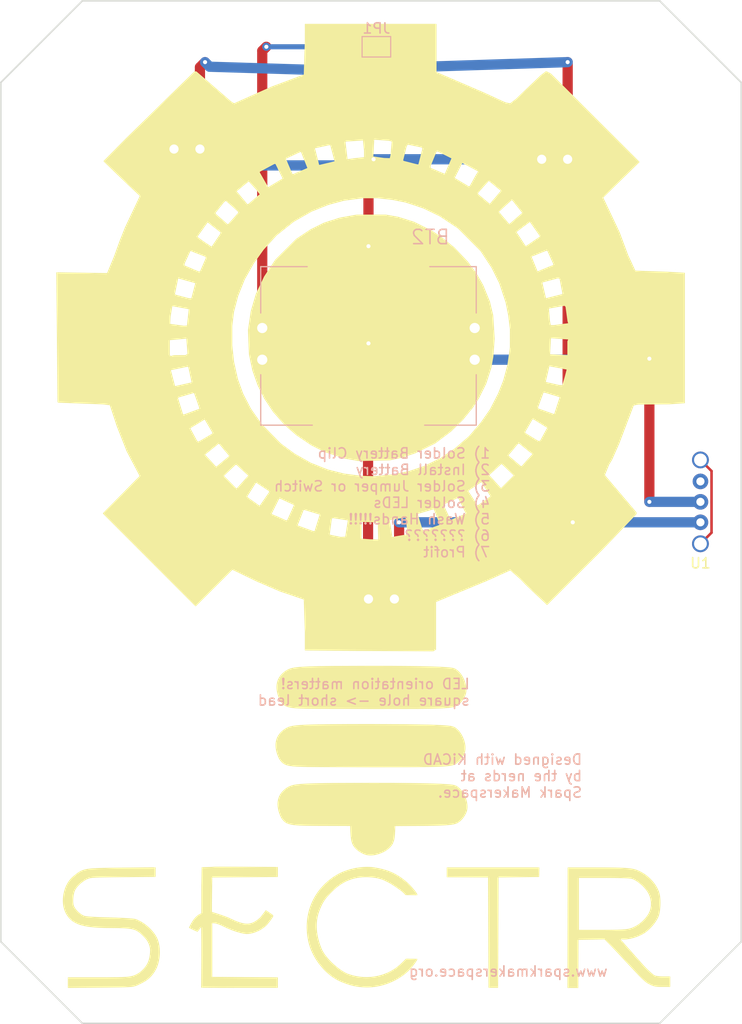
<source format=kicad_pcb>
(kicad_pcb (version 20221018) (generator pcbnew)
  (layers (0 "F.Cu" signal) (31 "B.Cu" signal) (34 "B.Paste" user) (35 "F.Paste" user) (36 "B.SilkS" user "B.Silkscreen") (37 "F.SilkS" user "F.Silkscreen") (38 "B.Mask" user) (39 "F.Mask" user) (44 "Edge.Cuts" user))
  (net 0 "")
  (net 1 "Net-(D1-K)")
  (net 2 "Net-(D1-A)")
  (net 3 "Net-(JP1-B)")
  (net 4 "unconnected-(U1-Pad1)")
  (footprint "MountingHole:MountingHole_5.3mm_M5" (layer "F.Cu") (at 119 43)
    (fp_text reference "REF**" hide)
    (fp_text value "MountingHole_5.3mm_M5")
  )
  (footprint "ss12d07vg:ss12d07vg" (layer "F.Cu") (at 177 90.1 90)
    (fp_text reference "U1")
    (fp_text value "SS12D07vg")
  )
  (footprint "LED_THT:LED_D5.0mm" (layer "F.Cu") (at 161.46 52.5)
    (fp_text reference "D2")
    (fp_text value "LED")
  )
  (footprint "LED_THT:LED_D5.0mm" (layer "F.Cu") (at 144.5 95.5)
    (fp_text reference "D3")
    (fp_text value "LED")
  )
  (footprint "LED_THT:LED_D5.0mm" (layer "F.Cu") (at 125.46 51.5)
    (fp_text reference "D1")
    (fp_text value "LED")
  )
  (footprint "BAT-HLD-001-THM-TR:BAT_BAT-HLD-001-THM-TR" (layer "B.Cu") (at 144.5 70.5 180)
    (fp_text reference "BT2")
    (fp_text value "BAT-HLD-001-THM-TR")
  )
  (footprint "Jumper:SolderJumper-2_P1.3mm_Open_TrianglePad1.0x1.5mm" (layer "B.Cu") (at 145.275 41.5 180)
    (fp_text reference "JP1")
    (fp_text value "Jumper_2_Bridged")
  )
  (gr_poly (pts (xy 144.416206 121.734703) (xy 144.498818 121.736013) (xy 144.580525 121.738679) (xy 144.661252 121.742712) (xy 144.740928 121.748129) (xy 144.81948 121.754942) (xy 144.896834 121.763166) (xy 144.972919 121.772816) (xy 145.04766 121.783905) (xy 145.288119 121.824743) (xy 145.516826 121.868868) (xy 145.734853 121.91674) (xy 145.943269 121.968819) (xy 146.143146 122.025566) (xy 146.335552 122.087441) (xy 146.521559 122.154903) (xy 146.702236 122.228412) (xy 146.878654 122.30843) (xy 147.051882 122.395415) (xy 147.222992 122.489828) (xy 147.393053 122.592129) (xy 147.563135 122.702779) (xy 147.734309 122.822236) (xy 147.907645 122.950962) (xy 148.084213 123.089416) (xy 148.174776 123.164951) (xy 148.269081 123.248706) (xy 148.365805 123.339152) (xy 148.463626 123.43476) (xy 148.561221 123.534001) (xy 148.657268 123.635345) (xy 148.750444 123.737265) (xy 148.839428 123.838229) (xy 148.922895 123.93671) (xy 148.999524 124.031177) (xy 149.067993 124.120103) (xy 149.126978 124.201957) (xy 149.175158 124.275211) (xy 149.21121 124.338335) (xy 149.224274 124.36562) (xy 149.23381 124.3898) (xy 149.239653 124.410683) (xy 149.241638 124.428078) (xy 148.14759 124.413475) (xy 148.082236 124.343081) (xy 148.019459 124.277529) (xy 147.958812 124.21656) (xy 147.899847 124.159914) (xy 147.842113 124.107331) (xy 147.813569 124.082482) (xy 147.785164 124.058552) (xy 147.756843 124.035508) (xy 147.728549 124.013317) (xy 147.700227 123.991948) (xy 147.671821 123.971367) (xy 147.348668 123.744034) (xy 147.033012 123.530166) (xy 146.876616 123.429297) (xy 146.72044 123.333013) (xy 146.563933 123.241721) (xy 146.406542 123.155827) (xy 146.247718 123.075738) (xy 146.086908 123.001859) (xy 145.923561 122.934597) (xy 145.757126 122.874359) (xy 145.587052 122.821551) (xy 145.412786 122.776579) (xy 145.233778 122.739849) (xy 145.049476 122.711769) (xy 144.740355 122.679678) (xy 144.439712 122.662613) (xy 144.147219 122.660681) (xy 143.862546 122.673991) (xy 143.585363 122.702651) (xy 143.315342 122.746769) (xy 143.052152 122.806453) (xy 142.795464 122.88181) (xy 142.544949 122.972949) (xy 142.300278 123.079978) (xy 142.06112 123.203006) (xy 141.827147 123.342138) (xy 141.598028 123.497485) (xy 141.373435 123.669154) (xy 141.153038 123.857253) (xy 140.936508 124.061889) (xy 140.807778 124.19105) (xy 140.689479 124.313135) (xy 140.580761 124.42943) (xy 140.480769 124.541222) (xy 140.388651 124.649796) (xy 140.303554 124.756438) (xy 140.224625 124.862432) (xy 140.151012 124.969066) (xy 140.081862 125.077625) (xy 140.016322 125.189394) (xy 139.953539 125.30566) (xy 139.892661 125.427707) (xy 139.832834 125.556821) (xy 139.773207 125.694289) (xy 139.712926 125.841396) (xy 139.651138 125.999428) (xy 139.576032 126.216819) (xy 139.51398 126.438735) (xy 139.464816 126.664819) (xy 139.428372 126.894716) (xy 139.404481 127.128069) (xy 139.392976 127.364522) (xy 139.393688 127.603719) (xy 139.406452 127.845304) (xy 139.431099 128.088921) (xy 139.467463 128.334214) (xy 139.515375 128.580827) (xy 139.574669 128.828403) (xy 139.645178 129.076586) (xy 139.726734 129.325021) (xy 139.819169 129.573351) (xy 139.922317 129.82122) (xy 140.011935 129.99174) (xy 140.120881 130.167947) (xy 140.247178 130.348043) (xy 140.388846 130.53023) (xy 140.543907 130.71271) (xy 140.710382 130.893684) (xy 140.886293 131.071355) (xy 141.06966 131.243924) (xy 141.258505 131.409593) (xy 141.450848 131.566564) (xy 141.644713 131.713038) (xy 141.838118 131.847218) (xy 142.029087 131.967305) (xy 142.215639 132.071502) (xy 142.395797 132.158009) (xy 142.567581 132.225029) (xy 142.923524 132.332567) (xy 143.281967 132.414834) (xy 143.641583 132.472121) (xy 144.001045 132.504717) (xy 144.359027 132.512914) (xy 144.7142 132.497002) (xy 145.065238 132.457271) (xy 145.410813 132.394011) (xy 145.749599 132.307514) (xy 146.080268 132.198069) (xy 146.401494 132.065966) (xy 146.711949 131.911497) (xy 147.010306 131.734951) (xy 147.295238 131.536619) (xy 147.565418 131.316792) (xy 147.819519 131.07576) (xy 147.893973 130.999787) (xy 147.927108 130.967746) (xy 147.999617 130.898623) (xy 148.192192 130.71141) (xy 149.24073 130.726509) (xy 149.234381 130.751728) (xy 149.216551 130.790123) (xy 149.188327 130.840169) (xy 149.1508 130.900337) (xy 149.052192 131.044936) (xy 148.929439 131.211706) (xy 148.791256 131.388433) (xy 148.646355 131.562903) (xy 148.574108 131.645475) (xy 148.503449 131.722902) (xy 148.435468 131.793658) (xy 148.371254 131.856216) (xy 148.178053 132.028336) (xy 147.975876 132.191977) (xy 147.765391 132.346859) (xy 147.547268 132.492704) (xy 147.322178 132.629233) (xy 147.09079 132.756166) (xy 146.853774 132.873225) (xy 146.6118 132.980129) (xy 146.365537 133.0766) (xy 146.115656 133.16236) (xy 145.862826 133.237127) (xy 145.607717 133.300624) (xy 145.350999 133.352572) (xy 145.093341 133.392691) (xy 144.835415 133.420701) (xy 144.577888 133.436325) (xy 144.381998 133.440341) (xy 144.189223 133.438725) (xy 143.999113 133.431397) (xy 143.81122 133.418279) (xy 143.625095 133.399292) (xy 143.440289 133.374356) (xy 143.256354 133.343392) (xy 143.07284 133.306323) (xy 142.8893 133.263068) (xy 142.705284 133.213549) (xy 142.520344 133.157687) (xy 142.33403 133.095402) (xy 142.145895 133.026617) (xy 141.955489 132.951251) (xy 141.762364 132.869227) (xy 141.56607 132.780464) (xy 141.303914 132.63582) (xy 141.047755 132.472179) (xy 140.798556 132.290814) (xy 140.557276 132.092994) (xy 140.324879 131.879991) (xy 140.102324 131.653075) (xy 139.890574 131.413518) (xy 139.690589 131.16259) (xy 139.50333 130.901562) (xy 139.32976 130.631706) (xy 139.17084 130.354291) (xy 139.02753 130.07059) (xy 138.900792 129.781872) (xy 138.791587 129.489409) (xy 138.700877 129.194471) (xy 138.629623 128.89833) (xy 138.582928 128.649079) (xy 138.545972 128.400994) (xy 138.51867 128.154262) (xy 138.500939 127.909071) (xy 138.492695 127.665606) (xy 138.493853 127.424055) (xy 138.504329 127.184604) (xy 138.524039 126.947439) (xy 138.552899 126.712748) (xy 138.590824 126.480718) (xy 138.637731 126.251534) (xy 138.693535 126.025383) (xy 138.758152 125.802453) (xy 138.831498 125.58293) (xy 138.913488 125.367) (xy 139.004039 125.15485) (xy 139.103067 124.946667) (xy 139.210486 124.742637) (xy 139.326214 124.542948) (xy 139.450165 124.347785) (xy 139.582256 124.157336) (xy 139.722402 123.971787) (xy 139.870519 123.791325) (xy 140.026524 123.616136) (xy 140.190331 123.446408) (xy 140.361858 123.282326) (xy 140.541018 123.124078) (xy 140.727729 122.97185) (xy 140.921906 122.825828) (xy 141.123465 122.686201) (xy 141.332322 122.553153) (xy 141.548393 122.426872) (xy 141.698967 122.346931) (xy 141.85685 122.271245) (xy 142.021295 122.19995) (xy 142.191554 122.133181) (xy 142.366881 122.071076) (xy 142.546527 122.013771) (xy 142.729747 121.961401) (xy 142.915792 121.914104) (xy 143.103916 121.872016) (xy 143.29337 121.835272) (xy 143.483409 121.804009) (xy 143.673284 121.778363) (xy 143.862248 121.758471) (xy 144.049555 121.744469) (xy 144.234457 121.736493) (xy 144.416206 121.73468)) (stroke (width 0.08598)) (fill solid) (layer "F.SilkS"))
  (gr_poly (pts (xy 123.619465 122.204963) (xy 123.619465 122.634727) (xy 120.45969 122.661926) (xy 119.453015 122.671254) (xy 119.039591 122.675994) (xy 118.680048 122.681148) (xy 118.369838 122.686988) (xy 118.104413 122.693786) (xy 117.879227 122.701815) (xy 117.689731 122.711347) (xy 117.531379 122.722654) (xy 117.46246 122.729059) (xy 117.399623 122.736009) (xy 117.342297 122.743539) (xy 117.289916 122.751683) (xy 117.24191 122.760474) (xy 117.197711 122.769948) (xy 117.156751 122.780138) (xy 117.118461 122.791078) (xy 117.082272 122.802802) (xy 117.047617 122.815344) (xy 116.980634 122.843019) (xy 116.912964 122.874374) (xy 116.825214 122.918879) (xy 116.737275 122.968333) (xy 116.649619 123.022304) (xy 116.562721 123.080357) (xy 116.477053 123.142059) (xy 116.393088 123.206978) (xy 116.311302 123.274678) (xy 116.232166 123.344726) (xy 116.156155 123.41669) (xy 116.083741 123.490136) (xy 116.015399 123.564629) (xy 115.951602 123.639737) (xy 115.892823 123.715026) (xy 115.839536 123.790063) (xy 115.792214 123.864414) (xy 115.751331 123.937645) (xy 115.717 124.011762) (xy 115.68557 124.095014) (xy 115.657155 124.186111) (xy 115.631868 124.283764) (xy 115.609823 124.386685) (xy 115.591134 124.493584) (xy 115.575914 124.603172) (xy 115.564276 124.714161) (xy 115.556336 124.825261) (xy 115.552205 124.935184) (xy 115.551998 125.042641) (xy 115.555829 125.146343) (xy 115.563811 125.245) (xy 115.576058 125.337324) (xy 115.592683 125.422027) (xy 115.6138 125.497818) (xy 115.640936 125.567874) (xy 115.676606 125.640481) (xy 115.720068 125.714909) (xy 115.770574 125.790429) (xy 115.827381 125.866313) (xy 115.889744 125.941831) (xy 115.956917 126.016256) (xy 116.028157 126.088858) (xy 116.102717 126.158909) (xy 116.179854 126.22568) (xy 116.258822 126.288442) (xy 116.338876 126.346466) (xy 116.419272 126.399023) (xy 116.499264 126.445385) (xy 116.578108 126.484824) (xy 116.655059 126.516609) (xy 116.761218 126.543143) (xy 116.92983 126.567999) (xy 117.160564 126.591155) (xy 117.453088 126.61259) (xy 118.222186 126.65021) (xy 119.234474 126.680687) (xy 119.755982 126.695548) (xy 120.219223 126.71345) (xy 120.622588 126.733482) (xy 120.964466 126.754735) (xy 121.243247 126.776298) (xy 121.45732 126.797263) (xy 121.605077 126.816719) (xy 121.653583 126.825596) (xy 121.684906 126.833755) (xy 121.806933 126.879319) (xy 121.934926 126.934586) (xy 122.067803 126.999369) (xy 122.204486 127.073484) (xy 122.343894 127.156743) (xy 122.484947 127.248961) (xy 122.626565 127.349953) (xy 122.767669 127.459533) (xy 122.907179 127.577514) (xy 123.044014 127.70371) (xy 123.177094 127.837937) (xy 123.305341 127.980008) (xy 123.427673 128.129737) (xy 123.543011 128.286939) (xy 123.650276 128.451427) (xy 123.748386 128.623016) (xy 123.817481 128.776844) (xy 123.876956 128.940367) (xy 123.926843 129.112419) (xy 123.967177 129.291829) (xy 123.997992 129.477429) (xy 124.019321 129.668051) (xy 124.0312 129.862527) (xy 124.033661 130.059687) (xy 124.026738 130.258364) (xy 124.010467 130.457389) (xy 123.98488 130.655592) (xy 123.950012 130.851806) (xy 123.905897 131.044863) (xy 123.852568 131.233593) (xy 123.79006 131.416827) (xy 123.718406 131.593399) (xy 123.638241 131.742232) (xy 123.557297 131.881369) (xy 123.474706 132.011578) (xy 123.389603 132.133626) (xy 123.30112 132.248279) (xy 123.208391 132.356304) (xy 123.11055 132.458468) (xy 123.006728 132.555538) (xy 122.896061 132.648281) (xy 122.77768 132.737463) (xy 122.65072 132.823852) (xy 122.514313 132.908213) (xy 122.367593 132.991315) (xy 122.209693 133.073924) (xy 122.039747 133.156807) (xy 121.856887 133.24073) (xy 121.708601 133.302336) (xy 121.549965 133.34959) (xy 121.343235 133.384817) (xy 121.050669 133.410342) (xy 120.634522 133.428489) (xy 120.057052 133.441584) (xy 118.267166 133.461914) (xy 115.107391 133.491112) (xy 115.107368 133.012535) (xy 115.107391 132.533966) (xy 118.003566 132.533966) (xy 118.827005 132.532741) (xy 119.49621 132.528511) (xy 120.031332 132.520442) (xy 120.254908 132.514707) (xy 120.452519 132.5077) (xy 120.626683 132.499316) (xy 120.779921 132.489451) (xy 120.914749 132.478001) (xy 121.033687 132.464861) (xy 121.139254 132.449928) (xy 121.233968 132.433098) (xy 121.320348 132.414265) (xy 121.400913 132.393326) (xy 121.516383 132.357191) (xy 121.63051 132.314086) (xy 121.742958 132.264291) (xy 121.853395 132.208085) (xy 121.961485 132.145749) (xy 122.066896 132.077563) (xy 122.169292 132.003808) (xy 122.268339 131.924763) (xy 122.363704 131.840708) (xy 122.455053 131.751925) (xy 122.542051 131.658692) (xy 122.624364 131.561292) (xy 122.701659 131.460002) (xy 122.773601 131.355104) (xy 122.839855 131.246878) (xy 122.900089 131.135605) (xy 122.941391 131.046896) (xy 122.978888 130.952159) (xy 123.012652 130.852546) (xy 123.042757 130.749209) (xy 123.069273 130.6433) (xy 123.092275 130.53597) (xy 123.111835 130.428372) (xy 123.128026 130.321656) (xy 123.14092 130.216975) (xy 123.15059 130.11548) (xy 123.157109 130.018324) (xy 123.160549 129.926657) (xy 123.160983 129.841632) (xy 123.158484 129.7644) (xy 123.153125 129.696114) (xy 123.144977 129.637924) (xy 123.121692 129.524387) (xy 123.093834 129.416231) (xy 123.06141 129.312975) (xy 123.024423 129.214135) (xy 122.98288 129.119231) (xy 122.936785 129.02778) (xy 122.886143 128.939301) (xy 122.83096 128.853312) (xy 122.771241 128.769331) (xy 122.70699 128.686876) (xy 122.638214 128.605466) (xy 122.564916 128.524617) (xy 122.487102 128.44385) (xy 122.404777 128.362681) (xy 122.317947 128.280629) (xy 122.226616 128.197212) (xy 122.121572 128.110686) (xy 122.017939 128.033263) (xy 121.913204 127.964456) (xy 121.804858 127.903781) (xy 121.69039 127.850752) (xy 121.567288 127.804882) (xy 121.433042 127.765686) (xy 121.285142 127.732678) (xy 121.121076 127.705373) (xy 120.938334 127.683285) (xy 120.734404 127.665927) (xy 120.506777 127.652815) (xy 119.970386 127.637383) (xy 119.309074 127.633102) (xy 118.80282 127.62896) (xy 118.336019 127.616116) (xy 117.906768 127.593943) (xy 117.705631 127.579161) (xy 117.513169 127.561813) (xy 117.329145 127.541819) (xy 117.15332 127.5191) (xy 116.985458 127.493579) (xy 116.82532 127.465176) (xy 116.67267 127.433815) (xy 116.527269 127.399415) (xy 116.38888 127.3619) (xy 116.257266 127.32119) (xy 116.132189 127.277207) (xy 116.013411 127.229872) (xy 115.900694 127.179108) (xy 115.793802 127.124836) (xy 115.692496 127.066978) (xy 115.596539 127.005454) (xy 115.505693 126.940188) (xy 115.419721 126.8711) (xy 115.338386 126.798111) (xy 115.261448 126.721145) (xy 115.188672 126.640121) (xy 115.119819 126.554963) (xy 115.054652 126.465591) (xy 114.992934 126.371927) (xy 114.934426 126.273892) (xy 114.878891 126.171409) (xy 114.813501 126.030696) (xy 114.757773 125.883655) (xy 114.711607 125.730986) (xy 114.674905 125.573387) (xy 114.647567 125.411556) (xy 114.629495 125.246191) (xy 114.620588 125.077991) (xy 114.620747 124.907653) (xy 114.629874 124.735876) (xy 114.64787 124.563357) (xy 114.674634 124.390796) (xy 114.710068 124.218891) (xy 114.754073 124.048339) (xy 114.806549 123.879839) (xy 114.867398 123.71409) (xy 114.936519 123.551788) (xy 114.978433 123.469799) (xy 115.019978 123.392178) (xy 115.061445 123.318561) (xy 115.103123 123.248582) (xy 115.145305 123.181876) (xy 115.18828 123.118077) (xy 115.232338 123.05682) (xy 115.277771 122.99774) (xy 115.324869 122.94047) (xy 115.373922 122.884647) (xy 115.42522 122.829904) (xy 115.479056 122.775877) (xy 115.535718 122.722198) (xy 115.595497 122.668505) (xy 115.658684 122.61443) (xy 115.72557 122.559608) (xy 116.02446 122.327143) (xy 116.161956 122.232573) (xy 116.300139 122.151045) (xy 116.445495 122.08151) (xy 116.604515 122.022919) (xy 116.783687 121.974221) (xy 116.9895 121.934368) (xy 117.228442 121.902309) (xy 117.507002 121.876995) (xy 118.208931 121.842403) (xy 119.147197 121.822195) (xy 120.37371 121.807976) (xy 123.619476 121.775177)) (stroke (width 0.08598)) (fill solid) (layer "F.SilkS"))
  (gr_poly (pts (xy 166.937118 121.78907) (xy 167.962662 121.792699) (xy 168.394435 121.796931) (xy 168.777787 121.803317) (xy 169.116904 121.812263) (xy 169.415969 121.824178) (xy 169.679168 121.839467) (xy 169.910683 121.858537) (xy 170.114701 121.881794) (xy 170.295404 121.909647) (xy 170.456978 121.942501) (xy 170.603607 121.980763) (xy 170.739475 122.02484) (xy 170.868767 122.075139) (xy 170.995666 122.132067) (xy 171.124359 122.196029) (xy 171.285092 122.284207) (xy 171.441826 122.380524) (xy 171.594076 122.484427) (xy 171.741357 122.595363) (xy 171.883183 122.712776) (xy 172.019068 122.836112) (xy 172.148526 122.964818) (xy 172.271074 123.09834) (xy 172.386224 123.236123) (xy 172.493492 123.377612) (xy 172.592392 123.522255) (xy 172.682439 123.669497) (xy 172.763147 123.818783) (xy 172.83403 123.96956) (xy 172.894603 124.121273) (xy 172.944381 124.273369) (xy 172.973318 124.38858) (xy 172.997264 124.516468) (xy 173.016298 124.655096) (xy 173.030497 124.802527) (xy 173.03994 124.956826) (xy 173.044705 125.116056) (xy 173.044871 125.27828) (xy 173.040515 125.441562) (xy 173.031715 125.603967) (xy 173.018551 125.763557) (xy 173.0011 125.918397) (xy 172.97944 126.06655) (xy 172.95365 126.206079) (xy 172.923808 126.335049) (xy 172.889991 126.451524) (xy 172.852279 126.553566) (xy 172.806784 126.654099) (xy 172.754049 126.757088) (xy 172.694607 126.8619) (xy 172.628986 126.967903) (xy 172.557719 127.074465) (xy 172.481335 127.180954) (xy 172.400365 127.286736) (xy 172.31534 127.39118) (xy 172.226789 127.493653) (xy 172.135244 127.593523) (xy 172.041236 127.690158) (xy 171.945294 127.782925) (xy 171.847949 127.871192) (xy 171.749732 127.954327) (xy 171.651173 128.031696) (xy 171.552803 128.102669) (xy 171.451587 128.168625) (xy 171.342505 128.232738) (xy 171.226578 128.294677) (xy 171.104831 128.354107) (xy 170.978286 128.410696) (xy 170.847964 128.464112) (xy 170.71489 128.51402) (xy 170.580086 128.560088) (xy 170.444575 128.601983) (xy 170.309379 128.639373) (xy 170.175521 128.671923) (xy 170.044025 128.699302) (xy 169.915912 128.721177) (xy 169.792205 128.737213) (xy 169.673928 128.74708) (xy 169.562103 128.750442) (xy 169.413483 128.75008) (xy 169.38948 128.749219) (xy 169.375717 128.747542) (xy 169.354719 128.744778) (xy 169.309014 128.740654) (xy 169.221127 128.734899) (xy 169.073585 128.727241) (xy 171.296264 131.225578) (xy 171.390198 131.329514) (xy 171.484693 131.430992) (xy 171.579048 131.529536) (xy 171.672564 131.624671) (xy 171.76454 131.715921) (xy 171.854275 131.80281) (xy 171.941068 131.884863) (xy 172.02422 131.961605) (xy 172.176797 132.097251) (xy 172.24482 132.155205) (xy 172.3064 132.205945) (xy 172.360836 132.248995) (xy 172.407427 132.283881) (xy 172.445473 132.310126) (xy 172.474273 132.327255) (xy 172.502793 132.340471) (xy 172.536091 132.353096) (xy 172.573903 132.365093) (xy 172.615962 132.376426) (xy 172.662004 132.38706) (xy 172.711764 132.396959) (xy 172.821378 132.414405) (xy 172.942683 132.428476) (xy 173.073558 132.438883) (xy 173.211883 132.445339) (xy 173.355537 132.447555) (xy 174.004654 132.447555) (xy 174.004654 133.39331) (xy 173.26844 133.39331) (xy 173.053997 133.391418) (xy 172.959807 133.388781) (xy 172.873035 133.384775) (xy 172.79273 133.379219) (xy 172.717938 133.371932) (xy 172.647708 133.362732) (xy 172.581088 133.351438) (xy 172.517125 133.337869) (xy 172.454867 133.321844) (xy 172.393363 133.303182) (xy 172.331659 133.2817) (xy 172.268804 133.257219) (xy 172.203846 133.229557) (xy 172.135833 133.198532) (xy 172.063812 133.163963) (xy 171.896196 133.076413) (xy 171.815547 133.027727) (xy 171.732618 132.971529) (xy 171.644116 132.90464) (xy 171.546752 132.823881) (xy 171.312273 132.608041) (xy 171.002854 132.298579) (xy 170.59217 131.870069) (xy 169.361702 130.554184) (xy 168.948528 130.11185) (xy 168.554492 129.693274) (xy 168.224197 129.345639) (xy 168.00225 129.116127) (xy 167.631622 128.741028) (xy 166.32566 128.767227) (xy 165.019699 128.793426) (xy 165 133.5) (xy 164.023887 133.494003) (xy 164.032408 127.890961) (xy 165.061943 127.890961) (xy 167.322395 127.890961) (xy 167.927543 127.889486) (xy 168.437648 127.884734) (xy 168.863149 127.876208) (xy 169.214483 127.863414) (xy 169.3656 127.855261) (xy 169.50209 127.845855) (xy 169.625258 127.835135) (xy 169.736409 127.823037) (xy 169.836847 127.809501) (xy 169.927878 127.794465) (xy 170.010806 127.777866) (xy 170.086937 127.759643) (xy 170.169897 127.736224) (xy 170.253046 127.709196) (xy 170.419336 127.644847) (xy 170.584656 127.567657) (xy 170.747854 127.478692) (xy 170.90778 127.379013) (xy 171.063284 127.269684) (xy 171.213214 127.151769) (xy 171.35642 127.02633) (xy 171.491752 126.89443) (xy 171.618057 126.757133) (xy 171.734187 126.615502) (xy 171.83899 126.470601) (xy 171.931315 126.323491) (xy 172.010012 126.175237) (xy 172.04389 126.101012) (xy 172.073929 126.026901) (xy 172.099987 125.953035) (xy 172.121917 125.879547) (xy 172.150077 125.762506) (xy 172.171577 125.644456) (xy 172.186464 125.52568) (xy 172.19479 125.40646) (xy 172.196602 125.287077) (xy 172.191951 125.167815) (xy 172.180887 125.048955) (xy 172.163457 124.93078) (xy 172.139713 124.813573) (xy 172.109703 124.697615) (xy 172.073476 124.583188) (xy 172.031083 124.470576) (xy 171.982572 124.36006) (xy 171.927992 124.251923) (xy 171.867394 124.146447) (xy 171.800827 124.043915) (xy 171.73096 123.947352) (xy 171.654508 123.850667) (xy 171.572226 123.754478) (xy 171.484868 123.6594) (xy 171.39319 123.566053) (xy 171.297946 123.475051) (xy 171.199891 123.387013) (xy 171.09978 123.302556) (xy 170.998367 123.222296) (xy 170.896407 123.146851) (xy 170.794656 123.076837) (xy 170.693867 123.012872) (xy 170.594796 122.955573) (xy 170.498198 122.905557) (xy 170.404826 122.863441) (xy 170.315437 122.829841) (xy 170.20796 122.807267) (xy 170.029788 122.787574) (xy 169.782107 122.770802) (xy 169.466101 122.756989) (xy 168.63386 122.738405) (xy 167.542549 122.732139) (xy 165.06195 122.732139) (xy 165.061943 125.311539) (xy 165.061943 127.890961) (xy 164.032408 127.890961) (xy 164.03289 127.573685) (xy 164.038887 121.786377)) (stroke (width 0.08598)) (fill solid) (layer "F.SilkS"))
  (gr_poly (pts (xy 148.125682 107.844379) (xy 150.562773 107.888355) (xy 151.440539 107.921908) (xy 152.099087 107.963412) (xy 152.544394 108.013046) (xy 152.782436 108.070992) (xy 152.847743 108.103444) (xy 152.912067 108.140723) (xy 152.975304 108.182601) (xy 153.037346 108.22885) (xy 153.098087 108.279245) (xy 153.157423 108.333558) (xy 153.215245 108.391562) (xy 153.27145 108.453029) (xy 153.32593 108.517733) (xy 153.378579 108.585447) (xy 153.429292 108.655944) (xy 153.477962 108.728996) (xy 153.524484 108.804376) (xy 153.568752 108.881858) (xy 153.650098 109.042217) (xy 153.721154 109.208256) (xy 153.781072 109.37816) (xy 153.806589 109.463993) (xy 153.829002 109.55011) (xy 153.848208 109.636286) (xy 153.864098 109.722292) (xy 153.876567 109.807901) (xy 153.88551 109.892887) (xy 153.89082 109.977023) (xy 153.892391 110.06008) (xy 153.890117 110.141833) (xy 153.883892 110.222054) (xy 153.87361 110.300516) (xy 153.859165 110.376992) (xy 153.842427 110.442603) (xy 153.820649 110.510709) (xy 153.794176 110.580774) (xy 153.763357 110.652259) (xy 153.728539 110.724626) (xy 153.690071 110.79734) (xy 153.648299 110.869862) (xy 153.603571 110.941654) (xy 153.556236 111.012179) (xy 153.506641 111.0809) (xy 153.455132 111.14728) (xy 153.402059 111.21078) (xy 153.347769 111.270864) (xy 153.292609 111.326993) (xy 153.236928 111.378631) (xy 153.181072 111.42524) (xy 153.132594 111.462502) (xy 153.083878 111.497529) (xy 153.033541 111.530388) (xy 152.980198 111.561149) (xy 152.922465 111.589881) (xy 152.858956 111.616654) (xy 152.788287 111.641535) (xy 152.709074 111.664595) (xy 152.619933 111.685902) (xy 152.519478 111.705526) (xy 152.406325 111.723535) (xy 152.279091 111.739998) (xy 152.136389 111.754985) (xy 151.976836 111.768565) (xy 151.799047 111.780807) (xy 151.601637 111.791779) (xy 151.383223 111.801551) (xy 151.142419 111.810193) (xy 150.588105 111.824358) (xy 149.927619 111.834829) (xy 149.149884 111.842156) (xy 148.243825 111.846894) (xy 147.198365 111.849593) (xy 144.644939 111.85109) (xy 139.983004 111.833398) (xy 138.50933 111.82428) (xy 137.478088 111.792046) (xy 137.098121 111.761886) (xy 136.792454 111.719498) (xy 136.548983 111.662731) (xy 136.355606 111.589435) (xy 136.20022 111.497461) (xy 136.070721 111.384658) (xy 135.955008 111.248877) (xy 135.840976 111.087967) (xy 135.840984 111.087967) (xy 135.733907 110.850163) (xy 135.647237 110.617902) (xy 135.581002 110.391558) (xy 135.535233 110.171506) (xy 135.520032 110.063956) (xy 135.509958 109.958118) (xy 135.505015 109.854041) (xy 135.505207 109.751769) (xy 135.510537 109.651351) (xy 135.521008 109.552833) (xy 135.536626 109.456261) (xy 135.557393 109.361682) (xy 135.583312 109.269144) (xy 135.614388 109.178692) (xy 135.650625 109.090374) (xy 135.692025 109.004235) (xy 135.738593 108.920324) (xy 135.790332 108.838686) (xy 135.847246 108.759368) (xy 135.909338 108.682418) (xy 135.976613 108.607881) (xy 136.049074 108.535804) (xy 136.126724 108.466235) (xy 136.209567 108.39922) (xy 136.297607 108.334805) (xy 136.390847 108.273037) (xy 136.489292 108.213964) (xy 136.592945 108.157631) (xy 136.70296 108.108196) (xy 136.835977 108.063837) (xy 136.998471 108.024295) (xy 137.196919 107.989309) (xy 137.437797 107.958618) (xy 137.72758 107.931963) (xy 138.072746 107.909082) (xy 138.47977 107.889715) (xy 138.955129 107.873602) (xy 139.505298 107.860482) (xy 140.136754 107.850095) (xy 140.855973 107.842181) (xy 142.583604 107.832728) (xy 144.740001 107.83004)) (stroke (width 0.211633)) (fill solid) (layer "F.SilkS"))
  (gr_poly (pts (xy 146.649892 102.141015) (xy 148.221153 102.151802) (xy 149.555261 102.17) (xy 150.658195 102.195789) (xy 151.535935 102.229348) (xy 152.194461 102.270856) (xy 152.443387 102.294648) (xy 152.639752 102.320494) (xy 152.784303 102.348418) (xy 152.877788 102.378441) (xy 152.943095 102.410893) (xy 153.00742 102.448172) (xy 153.070657 102.49005) (xy 153.1327 102.5363) (xy 153.252778 102.64101) (xy 153.366808 102.760485) (xy 153.473941 102.892907) (xy 153.573327 103.036461) (xy 153.664121 103.189329) (xy 153.745471 103.349694) (xy 153.816532 103.515739) (xy 153.876454 103.685649) (xy 153.924389 103.857605) (xy 153.959489 104.029792) (xy 153.980905 104.200391) (xy 153.987789 104.367588) (xy 153.985517 104.449342) (xy 153.979294 104.529563) (xy 153.969014 104.608026) (xy 153.95457 104.684502) (xy 153.937835 104.750114) (xy 153.916061 104.818222) (xy 153.889593 104.888286) (xy 153.858781 104.959771) (xy 153.823971 105.032138) (xy 153.785511 105.104851) (xy 153.743747 105.177372) (xy 153.699028 105.249163) (xy 153.651702 105.319688) (xy 153.602114 105.388408) (xy 153.550613 105.454786) (xy 153.497547 105.518285) (xy 153.443261 105.578368) (xy 153.388105 105.634497) (xy 153.332425 105.686134) (xy 153.276569 105.732743) (xy 153.07569 105.868655) (xy 152.954442 105.924161) (xy 152.804555 105.972103) (xy 152.374558 106.047509) (xy 151.69709 106.099292) (xy 150.683543 106.131873) (xy 149.24531 106.149673) (xy 144.740352 106.158608) (xy 143.330291 106.148877) (xy 142.091351 106.144114) (xy 140.078425 106.140895) (xy 139.280233 106.138139) (xy 138.604752 106.131754) (xy 138.309245 106.126528) (xy 138.039878 106.119589) (xy 137.795137 106.110667) (xy 137.573509 106.099494) (xy 137.373481 106.085802) (xy 137.193541 106.069321) (xy 137.032176 106.049784) (xy 136.887873 106.02692) (xy 136.759119 106.000462) (xy 136.644401 105.970141) (xy 136.591832 105.953448) (xy 136.542206 105.935688) (xy 136.495332 105.916828) (xy 136.451022 105.896834) (xy 136.409086 105.875673) (xy 136.369335 105.853311) (xy 136.331581 105.829715) (xy 136.295633 105.80485) (xy 136.261304 105.778684) (xy 136.228403 105.751183) (xy 136.166132 105.69204) (xy 136.107307 105.627153) (xy 136.050416 105.556253) (xy 135.993945 105.479072) (xy 135.936382 105.39534) (xy 135.880295 105.27577) (xy 135.829306 105.157539) (xy 135.783419 105.040695) (xy 135.742637 104.925284) (xy 135.706963 104.811353) (xy 135.676403 104.698948) (xy 135.650958 104.588117) (xy 135.630634 104.478906) (xy 135.615433 104.371361) (xy 135.605359 104.26553) (xy 135.600416 104.161458) (xy 135.600607 104.059194) (xy 135.605937 103.958782) (xy 135.616409 103.86027) (xy 135.632026 103.763705) (xy 135.652792 103.669134) (xy 135.678712 103.576602) (xy 135.709787 103.486157) (xy 135.746023 103.397845) (xy 135.787423 103.311713) (xy 135.83399 103.227807) (xy 135.885729 103.146175) (xy 135.942642 103.066863) (xy 136.004734 102.989917) (xy 136.072008 102.915385) (xy 136.144468 102.843312) (xy 136.222117 102.773746) (xy 136.30496 102.706734) (xy 136.392999 102.642321) (xy 136.486239 102.580555) (xy 136.584683 102.521482) (xy 136.688335 102.465149) (xy 136.931368 102.371354) (xy 137.29232 102.296816) (xy 137.822998 102.239455) (xy 138.575209 102.19719) (xy 139.600759 102.16794) (xy 140.951454 102.149623) (xy 144.835506 102.137467) (xy 144.835498 102.137459)) (stroke (width 0.211633)) (fill solid) (layer "F.SilkS"))
  (gr_poly (pts (xy 146.797 58.055047) (xy 147.409015 58.163395) (xy 148.184238 58.407017) (xy 148.959461 58.650639) (xy 149.82394 59.080052) (xy 150.688419 59.50943) (xy 151.211177 59.861889) (xy 151.733936 60.214352) (xy 152.305149 60.679017) (xy 152.876361 61.143712) (xy 153.529613 61.827508) (xy 154.182857 62.511334) (xy 154.605136 63.077622) (xy 155.027416 63.64391) (xy 155.360805 64.226574) (xy 155.694194 64.809269) (xy 156.025287 65.618775) (xy 156.35638 66.42825) (xy 156.515583 67.096806) (xy 156.674785 67.765366) (xy 156.745906 68.901486) (xy 156.817028 70.037575) (xy 156.751277 70.925789) (xy 156.68552 71.814004) (xy 156.589519 72.344422) (xy 156.493526 72.87484) (xy 156.246753 73.650052) (xy 155.99998 74.425259) (xy 155.653247 75.119816) (xy 155.306507 75.814404) (xy 154.718173 76.734105) (xy 154.23199 77.334134) (xy 153.745807 77.934163) (xy 153.147884 78.519478) (xy 152.549961 79.104767) (xy 150.999515 80.265595) (xy 150.020282 80.747773) (xy 149.041057 81.22992) (xy 148.38824 81.439461) (xy 147.735424 81.648972) (xy 147.164203 81.77829) (xy 146.59299 81.907609) (xy 143.492099 81.967453) (xy 142.79848 81.842141) (xy 142.798465 81.842225) (xy 142.104846 81.716919) (xy 141.15726 81.402886) (xy 140.209667 81.088852) (xy 138.913661 80.437226) (xy 138.183589 79.94471) (xy 137.453517 79.452233) (xy 136.882297 78.953766) (xy 136.311084 78.4553) (xy 135.755214 77.827454) (xy 135.199359 77.199635) (xy 134.764385 76.546807) (xy 134.32941 75.893979) (xy 134.003643 75.241181) (xy 133.677875 74.588353) (xy 133.171054 73.151989) (xy 133.003078 72.360524) (xy 132.835102 71.569062) (xy 132.787975 70.385815) (xy 132.740833 69.202599) (xy 132.87601 68.286782) (xy 133.01118 67.370995) (xy 133.258739 66.532345) (xy 133.506298 65.693692) (xy 133.912708 64.839158) (xy 134.319118 63.984623) (xy 134.859714 63.166295) (xy 135.40031 62.348) (xy 136.426921 61.32726) (xy 137.453533 60.30655) (xy 138.147151 59.846852) (xy 138.84077 59.387185) (xy 139.493587 59.061833) (xy 140.146404 58.736481) (xy 140.921627 58.489899) (xy 141.696849 58.243348) (xy 142.512874 58.098423) (xy 143.328899 57.953465) (xy 144.756938 57.950066) (xy 146.184978 57.946667)) (stroke (width 0.081602)) (fill solid) (layer "F.SilkS"))
  (gr_poly (pts (xy 156.696037 121.786453) (xy 161.189743 121.786453) (xy 161.180046 122.214783) (xy 161.170349 122.643104) (xy 159.182502 122.666107) (xy 157.194587 122.68911) (xy 157.172447 128.084343) (xy 157.150299 133.479645) (xy 156.293129 133.479645) (xy 156.270919 128.084411) (xy 156.248779 122.68911) (xy 152.20243 122.66951) (xy 152.20243 121.786377)) (stroke (width 0.08598)) (fill solid) (layer "F.SilkS"))
  (gr_poly (pts (xy 131.922264 121.720894) (xy 135.587402 121.743393) (xy 135.587402 122.64418) (xy 132.372474 122.666679) (xy 129.165237 122.689277) (xy 129.141929 124.389381) (xy 129.136528 124.842844) (xy 129.133527 125.218106) (xy 129.132409 125.520636) (xy 129.132656 125.755901) (xy 129.135172 126.046504) (xy 129.136932 126.133652) (xy 129.339082 126.194088) (xy 129.821658 126.3452) (xy 130.110039 126.440606) (xy 130.398846 126.541696) (xy 130.664853 126.642808) (xy 130.782049 126.691603) (xy 130.884834 126.738281) (xy 131.098827 126.838975) (xy 131.299198 126.92906) (xy 131.486864 127.008711) (xy 131.662742 127.078101) (xy 131.827749 127.137403) (xy 131.982801 127.18679) (xy 132.128816 127.226437) (xy 132.266711 127.256516) (xy 132.397402 127.277201) (xy 132.521807 127.288666) (xy 132.640842 127.291083) (xy 132.698633 127.288953) (xy 132.755425 127.284627) (xy 132.866472 127.26947) (xy 132.9749 127.245786) (xy 133.081627 127.213748) (xy 133.187568 127.17353) (xy 133.257594 127.141253) (xy 133.349615 127.092996) (xy 133.457741 127.03007) (xy 133.516004 126.993515) (xy 133.576085 126.953783) (xy 133.637248 126.911038) (xy 133.698758 126.865443) (xy 133.759877 126.817162) (xy 133.819871 126.766358) (xy 133.878003 126.713196) (xy 133.933537 126.657838) (xy 133.985737 126.600449) (xy 134.033867 126.541191) (xy 134.460502 125.981598) (xy 134.800705 126.206741) (xy 134.835358 126.229931) (xy 134.86904 126.252979) (xy 134.901576 126.275744) (xy 134.932792 126.298085) (xy 134.962514 126.319861) (xy 134.990566 126.340931) (xy 135.016776 126.361155) (xy 135.040967 126.38039) (xy 135.062965 126.398497) (xy 135.082597 126.415334) (xy 135.099687 126.430761) (xy 135.114061 126.444636) (xy 135.125544 126.456819) (xy 135.130147 126.462231) (xy 135.133963 126.467168) (xy 135.136968 126.471612) (xy 135.139142 126.475544) (xy 135.140462 126.478947) (xy 135.140907 126.481804) (xy 135.136977 126.500757) (xy 135.125617 126.52841) (xy 135.10747 126.563854) (xy 135.083179 126.606181) (xy 135.018741 126.707853) (xy 134.937449 126.82616) (xy 134.844451 126.953839) (xy 134.744894 127.083625) (xy 134.643925 127.208252) (xy 134.546692 127.320457) (xy 134.448572 127.421456) (xy 134.340766 127.518658) (xy 134.224419 127.611579) (xy 134.100681 127.699729) (xy 133.970697 127.782622) (xy 133.835615 127.859771) (xy 133.696584 127.930688) (xy 133.554749 127.994886) (xy 133.411259 128.051879) (xy 133.267261 128.101178) (xy 133.123903 128.142296) (xy 132.982332 128.174747) (xy 132.843695 128.198043) (xy 132.709139 128.211697) (xy 132.579813 128.215222) (xy 132.456863 128.20813) (xy 132.35429 128.194917) (xy 132.243635 128.176156) (xy 132.125753 128.152133) (xy 132.001501 128.123136) (xy 131.737303 128.051371) (xy 131.457883 127.963157) (xy 131.170083 127.860793) (xy 130.880743 127.746578) (xy 130.596706 127.622811) (xy 130.324814 127.491791) (xy 130.261918 127.460506) (xy 130.197955 127.429973) (xy 130.068636 127.371814) (xy 129.940469 127.318618) (xy 129.81707 127.27169) (xy 129.758287 127.250985) (xy 129.702052 127.232335) (xy 129.648815 127.215906) (xy 129.599029 127.201859) (xy 129.553146 127.190358) (xy 129.511616 127.181565) (xy 129.474893 127.175645) (xy 129.443428 127.17276) (xy 129.16526 127.160263) (xy 129.16526 132.490997) (xy 132.368026 132.513496) (xy 135.587417 132.536094) (xy 135.587417 133.479774) (xy 131.925842 133.479774) (xy 130.194332 133.485399) (xy 128.155594 133.468971) (xy 128.160591 133.339172) (xy 128.175307 131.319673) (xy 128.178779 130.362701) (xy 128.177856 129.258336) (xy 128.170972 128.347821) (xy 128.165651 127.994759) (xy 128.159268 127.725561) (xy 128.151964 127.552028) (xy 128.148011 127.504824) (xy 128.143882 127.485962) (xy 128.14168 127.484261) (xy 128.139275 127.48335) (xy 128.136666 127.483205) (xy 128.133853 127.483804) (xy 128.130833 127.485125) (xy 128.127604 127.487145) (xy 128.120517 127.493192) (xy 128.112579 127.501763) (xy 128.103777 127.51268) (xy 128.083537 127.540825) (xy 128.032164 127.617308) (xy 128.000838 127.662759) (xy 127.965622 127.71109) (xy 127.7509 127.995651) (xy 127.312156 127.80278) (xy 126.970657 127.62854) (xy 127.113365 127.351402) (xy 127.157866 127.267856) (xy 127.204357 127.186044) (xy 127.252603 127.106246) (xy 127.302369 127.02874) (xy 127.35342 126.953806) (xy 127.405521 126.881722) (xy 127.458436 126.812769) (xy 127.51193 126.747226) (xy 127.565769 126.68537) (xy 127.619716 126.627483) (xy 127.673538 126.573842) (xy 127.726998 126.524727) (xy 127.779862 126.480417) (xy 127.831895 126.441192) (xy 127.882861 126.407331) (xy 127.932525 126.379112) (xy 128.176445 126.253029) (xy 128.177742 124.084205) (xy 128.178543 123.544724) (xy 128.182274 123.346875) (xy 128.192333 122.937661) (xy 128.21212 121.764084) (xy 128.797846 121.747958) (xy 129.140443 121.735977) (xy 129.387147 121.721868) (xy 129.436702 121.718449) (xy 129.534025 121.716591) (xy 130.162872 121.714981) (xy 130.162918 121.714897)) (stroke (width 0.08598)) (fill solid) (layer "F.SilkS"))
  (gr_poly (pts (xy 146.751283 113.584962) (xy 148.322563 113.595749) (xy 149.656696 113.613947) (xy 150.759658 113.639736) (xy 151.637426 113.673295) (xy 152.295977 113.714803) (xy 152.544914 113.738595) (xy 152.741288 113.764441) (xy 152.885846 113.792365) (xy 152.979335 113.822388) (xy 153.044642 113.85484) (xy 153.108966 113.892118) (xy 153.172202 113.933994) (xy 153.234245 113.980242) (xy 153.354323 114.084945) (xy 153.468352 114.20441) (xy 153.575484 114.336821) (xy 153.674871 114.480361) (xy 153.765663 114.633214) (xy 153.847014 114.793564) (xy 153.918074 114.959595) (xy 153.977995 115.12949) (xy 154.02593 115.301433) (xy 154.061028 115.473608) (xy 154.082443 115.644197) (xy 154.089326 115.811386) (xy 154.087053 115.893138) (xy 154.080829 115.973358) (xy 154.070547 116.05182) (xy 154.056102 116.128296) (xy 154.039366 116.19391) (xy 154.017586 116.262022) (xy 153.991111 116.332095) (xy 153.960288 116.403589) (xy 153.925466 116.475968) (xy 153.886992 116.548694) (xy 153.845214 116.621229) (xy 153.80048 116.693035) (xy 153.753139 116.763574) (xy 153.703537 116.832308) (xy 153.652022 116.8987) (xy 153.598943 116.962211) (xy 153.544648 117.022305) (xy 153.489484 117.078442) (xy 153.433799 117.130085) (xy 153.377941 117.176697) (xy 153.198621 117.299709) (xy 153.093626 117.351149) (xy 152.968037 117.396406) (xy 152.814079 117.435875) (xy 152.623974 117.469952) (xy 152.104216 117.52351) (xy 151.34655 117.560243) (xy 150.28876 117.583315) (xy 147.023952 117.601128) (xy 147.016681 117.858921) (xy 147.008531 118.084414) (xy 146.999492 118.280312) (xy 146.989554 118.449322) (xy 146.984246 118.524588) (xy 146.978709 118.594147) (xy 146.972942 118.658336) (xy 146.966945 118.717494) (xy 146.960716 118.771959) (xy 146.954254 118.822068) (xy 146.947558 118.868161) (xy 146.940626 118.910574) (xy 146.933457 118.949647) (xy 146.92605 118.985718) (xy 146.918404 119.019124) (xy 146.910517 119.050204) (xy 146.902389 119.079296) (xy 146.894018 119.106738) (xy 146.876542 119.158026) (xy 146.79668 119.364815) (xy 146.762341 119.430122) (xy 146.722894 119.494447) (xy 146.678581 119.557684) (xy 146.629642 119.619727) (xy 146.518845 119.739806) (xy 146.392426 119.853835) (xy 146.252308 119.960967) (xy 146.100412 120.060354) (xy 145.93866 120.151146) (xy 145.768976 120.232497) (xy 145.59328 120.303556) (xy 145.413496 120.363477) (xy 145.231546 120.411411) (xy 145.049352 120.446509) (xy 144.868835 120.467924) (xy 144.69192 120.474806) (xy 144.520527 120.466309) (xy 144.437502 120.456027) (xy 144.356578 120.441582) (xy 144.287153 120.424846) (xy 144.215089 120.403066) (xy 144.140954 120.37659) (xy 144.065318 120.345768) (xy 143.988747 120.310946) (xy 143.911812 120.272472) (xy 143.835081 120.230694) (xy 143.759121 120.18596) (xy 143.684502 120.138619) (xy 143.611792 120.089017) (xy 143.54156 120.037502) (xy 143.474373 119.984423) (xy 143.410801 119.930128) (xy 143.351411 119.874964) (xy 143.296773 119.819279) (xy 143.247455 119.763421) (xy 143.146691 119.636095) (xy 143.102239 119.57173) (xy 143.061535 119.50387) (xy 143.024425 119.430243) (xy 142.990755 119.348579) (xy 142.96037 119.256606) (xy 142.933116 119.152054) (xy 142.90884 119.032652) (xy 142.887387 118.896129) (xy 142.868603 118.740214) (xy 142.852334 118.562636) (xy 142.838425 118.361125) (xy 142.826723 118.133409) (xy 142.809322 117.590279) (xy 139.306946 117.581811) (xy 138.701822 117.575667) (xy 138.433682 117.570893) (xy 138.187 117.564717) (xy 137.960657 117.55694) (xy 137.753536 117.547362) (xy 137.56452 117.535784) (xy 137.392489 117.522005) (xy 137.236326 117.505825) (xy 137.094914 117.487046) (xy 136.967134 117.465467) (xy 136.851869 117.440889) (xy 136.748001 117.413112) (xy 136.654411 117.381935) (xy 136.569982 117.34716) (xy 136.530854 117.32836) (xy 136.493596 117.308586) (xy 136.45807 117.287812) (xy 136.424136 117.266014) (xy 136.360482 117.219244) (xy 136.301518 117.168076) (xy 136.246126 117.112311) (xy 136.193187 117.051748) (xy 136.141584 116.986189) (xy 136.090199 116.915433) (xy 136.037914 116.83928) (xy 135.981826 116.719708) (xy 135.930837 116.601475) (xy 135.884949 116.484628) (xy 135.844166 116.369214) (xy 135.808493 116.255279) (xy 135.777932 116.14287) (xy 135.752487 116.032034) (xy 135.732162 115.922817) (xy 135.716961 115.815266) (xy 135.706887 115.709429) (xy 135.701944 115.60535) (xy 135.702136 115.503079) (xy 135.707465 115.40266) (xy 135.717937 115.304141) (xy 135.733554 115.207569) (xy 135.754321 115.11299) (xy 135.78024 115.020451) (xy 135.811316 114.929998) (xy 135.847552 114.841679) (xy 135.888951 114.75554) (xy 135.935519 114.671628) (xy 135.987257 114.58999) (xy 136.04417 114.510671) (xy 136.106262 114.43372) (xy 136.173536 114.359183) (xy 136.245995 114.287105) (xy 136.323644 114.217536) (xy 136.406486 114.150519) (xy 136.494525 114.086104) (xy 136.587765 114.024336) (xy 136.686208 113.965262) (xy 136.789859 113.908928) (xy 137.03289 113.81514) (xy 137.393828 113.74062) (xy 137.924483 113.683285) (xy 138.676665 113.641049) (xy 139.702184 113.611828) (xy 141.052852 113.593537) (xy 144.93687 113.581406) (xy 144.936878 113.581406)) (stroke (width 0.211633)) (fill solid) (layer "F.SilkS"))
  (gr_poly (pts (xy 151.121913 43.996823) (xy 153.467983 45.006369) (xy 155.814052 46.015885) (xy 156.853855 46.492821) (xy 157.89365 46.969727) (xy 158.138553 47.018738) (xy 158.383457 47.067719) (xy 158.669681 46.849389) (xy 158.955905 46.631089) (xy 160.153202 45.486208) (xy 161.350498 44.341359) (xy 161.625125 44.131911) (xy 161.899753 43.922432) (xy 162.120998 44.036547) (xy 162.342243 44.150631) (xy 166.667171 48.457848) (xy 170.992092 52.765095) (xy 169.215114 54.502171) (xy 167.438121 56.239247) (xy 168.247753 57.947175) (xy 169.057392 59.655072) (xy 169.475254 60.774197) (xy 169.893116 61.893322) (xy 170.249263 62.660668) (xy 170.605411 63.428013) (xy 172.185993 63.480942) (xy 173.766582 63.533833) (xy 174.603 63.583054) (xy 175.439418 63.632275) (xy 175.439418 76.318326) (xy 174.69247 76.371346) (xy 173.945507 76.424367) (xy 172.427997 76.433968) (xy 170.910488 76.44357) (xy 170.675228 76.495141) (xy 170.43996 76.546681) (xy 169.727161 78.423531) (xy 169.014362 80.300377) (xy 168.670482 81.075615) (xy 168.326595 81.850823) (xy 168.177684 82.095643) (xy 168.028766 82.340432) (xy 167.817737 82.863137) (xy 167.606708 83.385872) (xy 167.708156 83.511956) (xy 167.809604 83.63807) (xy 169.258045 85.343621) (xy 170.706493 87.049202) (xy 170.706493 87.1764) (xy 169.082431 88.879334) (xy 167.45837 90.582268) (xy 164.722202 93.310013) (xy 161.986034 96.037728) (xy 160.940105 95.052392) (xy 159.894176 94.067055) (xy 159.690174 93.846444) (xy 159.486171 93.625832) (xy 158.941066 93.141152) (xy 158.395961 92.656441) (xy 157.22742 93.181305) (xy 156.058872 93.706139) (xy 153.568637 94.736687) (xy 151.078403 95.767235) (xy 151.078403 100.422997) (xy 150.957363 100.49952) (xy 150.836315 100.576073) (xy 146.960201 100.558182) (xy 143.084095 100.540291) (xy 140.697208 100.517548) (xy 138.310337 100.494729) (xy 138.310337 98.728203) (xy 138.256763 97.128716) (xy 138.203189 95.529229) (xy 137.012325 95.124642) (xy 135.82146 94.720055) (xy 134.679027 94.228898) (xy 133.536594 93.73774) (xy 132.353359 93.167778) (xy 131.170124 92.597825) (xy 129.374401 94.384865) (xy 127.578678 96.171876) (xy 123.058933 91.651574) (xy 120.583391 89.175744) (xy 140.670986 89.175744) (xy 140.753032 89.25779) (xy 141.265743 89.36139) (xy 141.778446 89.464989) (xy 142.019374 89.45234) (xy 142.260303 89.440003) (xy 142.390346 88.61081) (xy 142.49798 87.924576) (xy 143.777698 87.924576) (xy 143.777698 89.635438) (xy 144.206111 89.66536) (xy 144.634525 89.695282) (xy 145.0657 89.710389) (xy 145.496875 89.725495) (xy 145.473712 88.848351) (xy 145.45055 87.971146) (xy 144.614124 87.948014) (xy 143.777698 87.924576) (xy 142.49798 87.924576) (xy 142.513454 87.825921) (xy 146.547809 87.825921) (xy 146.672077 88.592156) (xy 146.796344 89.358391) (xy 146.796657 89.428429) (xy 146.796962 89.498467) (xy 146.980564 89.452668) (xy 147.164165 89.406899) (xy 147.755786 89.309472) (xy 147.755817 89.309472) (xy 148.347431 89.212044) (xy 148.347431 88.887246) (xy 148.253231 88.179734) (xy 148.15903 87.472191) (xy 146.645984 87.726327) (xy 146.596897 87.776108) (xy 146.547809 87.825921) (xy 142.513454 87.825921) (xy 142.520397 87.781655) (xy 141.741405 87.661156) (xy 140.962413 87.540658) (xy 140.91566 87.61493) (xy 140.868907 87.689202) (xy 140.769947 88.432488) (xy 140.670986 89.175744) (xy 120.583391 89.175744) (xy 119.73089 88.323144) (xy 137.512882 88.323144) (xy 139.085559 88.89396) (xy 139.167156 88.901063) (xy 139.248752 88.90786) (xy 139.483333 88.153962) (xy 139.483356 88.153855) (xy 139.717945 87.399926) (xy 139.736259 87.350686) (xy 149.326656 87.350686) (xy 149.539676 88.028092) (xy 149.752704 88.705536) (xy 149.789302 88.766724) (xy 149.825901 88.827942) (xy 149.970935 88.827942) (xy 150.689243 88.572037) (xy 151.407527 88.316109) (xy 151.463115 88.266022) (xy 151.518703 88.215935) (xy 151.235134 87.484734) (xy 150.951564 86.753533) (xy 150.916027 86.718003) (xy 150.880489 86.682473) (xy 150.103572 86.911904) (xy 149.326656 87.141335) (xy 149.326656 87.350686) (xy 139.736259 87.350686) (xy 139.750843 87.311478) (xy 139.783741 87.223061) (xy 139.026638 86.994706) (xy 138.269535 86.766381) (xy 138.13248 86.747185) (xy 137.822681 87.535164) (xy 137.512882 88.323144) (xy 119.73089 88.323144) (xy 118.611537 87.20366) (xy 134.961872 87.20366) (xy 135.432468 87.405304) (xy 135.903072 87.606949) (xy 136.147876 87.722634) (xy 136.392681 87.838288) (xy 136.474277 87.841385) (xy 136.555873 87.844483) (xy 136.78918 87.337166) (xy 136.789203 87.336022) (xy 137.02251 86.828705) (xy 137.13824 86.560784) (xy 137.253971 86.292862) (xy 137.176896 86.257424) (xy 151.79803 86.257424) (xy 152.150585 87.012246) (xy 152.503131 87.767067) (xy 152.656024 87.767067) (xy 153.357822 87.473359) (xy 154.059597 87.179589) (xy 154.059597 87.119744) (xy 153.690525 86.367051) (xy 153.321453 85.614358) (xy 153.295169 85.588135) (xy 153.268886 85.561913) (xy 152.533458 85.909684) (xy 151.79803 86.257424) (xy 137.176896 86.257424) (xy 136.549999 85.969178) (xy 135.846027 85.645463) (xy 135.735904 85.645463) (xy 134.961872 87.20366) (xy 118.611537 87.20366) (xy 118.539188 87.131302) (xy 120.155533 85.492569) (xy 132.575855 85.492569) (xy 132.722858 85.639573) (xy 133.288951 86.039841) (xy 133.855045 86.44014) (xy 134.32825 85.757515) (xy 134.801464 85.07486) (xy 134.801441 85.003235) (xy 134.801441 84.931618) (xy 134.784846 84.920723) (xy 154.212802 84.920723) (xy 154.360607 85.148552) (xy 154.508403 85.376381) (xy 154.834812 85.877503) (xy 155.16122 86.378624) (xy 155.214015 86.378624) (xy 155.853282 85.920929) (xy 155.853275 85.922196) (xy 156.492549 85.464501) (xy 156.040493 84.759362) (xy 155.588436 84.054223) (xy 155.560497 84.018441) (xy 154.886653 84.469567) (xy 154.212802 84.920723) (xy 134.784846 84.920723) (xy 134.146625 84.501717) (xy 133.491809 84.071808) (xy 133.46519 84.103821) (xy 133.438571 84.135804) (xy 133.007213 84.814202) (xy 132.575855 85.492569) (xy 120.155533 85.492569) (xy 120.340419 85.305123) (xy 122.141647 83.478943) (xy 122.130979 83.458703) (xy 130.292743 83.458703) (xy 130.933528 84.103264) (xy 131.574314 84.747826) (xy 131.595684 84.747826) (xy 132.189929 84.089737) (xy 132.784168 83.431633) (xy 132.186443 82.886101) (xy 131.588726 82.340569) (xy 131.478031 82.340569) (xy 130.885387 82.899636) (xy 130.292743 83.458703) (xy 122.130979 83.458703) (xy 121.497589 82.256989) (xy 121.035214 81.379738) (xy 128.444011 81.379738) (xy 129.016544 82.001076) (xy 129.589077 82.622445) (xy 130.236797 82.086571) (xy 130.884525 81.550698) (xy 130.884525 81.478821) (xy 130.425022 80.930481) (xy 129.965518 80.382111) (xy 129.908206 80.318207) (xy 129.85091 80.254265) (xy 129.147464 80.817002) (xy 128.444011 81.379738) (xy 121.035214 81.379738) (xy 120.85353 81.035035) (xy 120.37078 79.810982) (xy 119.972767 78.801812) (xy 127.011127 78.801812) (xy 127.327793 79.388024) (xy 127.644458 79.974206) (xy 127.722599 80.074502) (xy 127.800746 80.174767) (xy 127.97578 80.083695) (xy 128.150814 79.992615) (xy 128.701656 79.668) (xy 129.252475 79.343483) (xy 129.252475 79.21238) (xy 128.499836 77.934044) (xy 128.484195 77.916153) (xy 128.468555 77.898263) (xy 127.77927 78.318268) (xy 127.089984 78.738305) (xy 127.050556 78.770043) (xy 127.011127 78.801812) (xy 119.972767 78.801812) (xy 119.888031 78.58696) (xy 119.546344 77.550705) (xy 119.204654 76.514481) (xy 118.863204 76.472439) (xy 118.521755 76.430398) (xy 116.325805 76.346356) (xy 114.129852 76.262314) (xy 114.112152 76.241345) (xy 114.094451 76.220376) (xy 114.090908 75.842099) (xy 125.809032 75.842099) (xy 126.319515 77.485226) (xy 126.457851 77.485226) (xy 127.222759 77.205712) (xy 127.987636 76.926194) (xy 127.96352 76.818093) (xy 127.939403 76.710022) (xy 127.691089 76.007046) (xy 127.442775 75.30407) (xy 125.893581 75.757569) (xy 125.851303 75.79982) (xy 125.809032 75.842099) (xy 114.090908 75.842099) (xy 114.065025 73.078686) (xy 125.10646 73.078686) (xy 125.318492 73.8947) (xy 125.530529 74.710743) (xy 125.61951 74.710743) (xy 126.415958 74.53114) (xy 127.212421 74.351517) (xy 127.212421 74.253647) (xy 127.055744 73.536698) (xy 126.89907 72.819748) (xy 126.858932 72.779618) (xy 126.818794 72.739457) (xy 126.000286 72.909085) (xy 125.181777 73.078686) (xy 125.10646 73.078686) (xy 114.065025 73.078686) (xy 114.051768 71.663414) (xy 125.009147 71.663414) (xy 125.068279 71.722535) (xy 125.12741 71.781655) (xy 125.29269 71.737244) (xy 125.457973 71.692833) (xy 126.02919 71.689732) (xy 126.029186 71.691319) (xy 126.600402 71.688218) (xy 126.7108 71.618237) (xy 126.821197 71.548287) (xy 126.762966 70.771657) (xy 126.759094 70.720021) (xy 131.129322 70.720021) (xy 131.215312 71.51244) (xy 131.301303 72.30486) (xy 131.493412 73.161675) (xy 131.68552 74.01849) (xy 131.944026 74.728283) (xy 132.202533 75.43808) (xy 132.583957 76.175972) (xy 132.965381 76.913834) (xy 133.4958 77.669091) (xy 134.026218 78.424317) (xy 134.964641 79.373658) (xy 135.903072 80.322999) (xy 137.256633 81.316727) (xy 138.048694 81.764275) (xy 138.840755 82.211854) (xy 139.6795 82.543526) (xy 140.518238 82.875199) (xy 141.311542 83.072983) (xy 142.104846 83.270775) (xy 142.757663 83.356972) (xy 143.41048 83.443169) (xy 143.696086 83.471238) (xy 143.981693 83.499306) (xy 144.559139 83.512253) (xy 145.136577 83.5252) (xy 146.02798 83.436501) (xy 146.027996 83.435113) (xy 146.592996 83.378891) (xy 156.268383 83.378891) (xy 156.85242 84.022561) (xy 157.436466 84.66623) (xy 157.524112 84.66623) (xy 158.151783 84.042237) (xy 158.779476 83.418213) (xy 158.154781 82.828919) (xy 157.530086 82.239625) (xy 156.899234 82.809243) (xy 156.268383 83.378891) (xy 146.592996 83.378891) (xy 146.919391 83.346413) (xy 147.681591 83.190629) (xy 148.44379 83.034844) (xy 149.191234 82.786477) (xy 149.938678 82.53814) (xy 150.754703 82.140221) (xy 151.570728 81.742333) (xy 151.977007 81.469254) (xy 158.140415 81.469254) (xy 159.40456 82.537919) (xy 159.458431 82.541321) (xy 159.512302 82.544724) (xy 160.063198 81.929184) (xy 160.063175 81.929047) (xy 160.61407 81.313508) (xy 160.458126 81.203492) (xy 160.302181 81.093483) (xy 159.781764 80.67659) (xy 159.261348 80.259705) (xy 159.140903 80.259705) (xy 158.640659 80.86448) (xy 158.140415 81.469254) (xy 151.977007 81.469254) (xy 152.279064 81.266228) (xy 152.9874 80.790123) (xy 153.681461 80.193276) (xy 154.375522 79.596421) (xy 154.645677 79.281724) (xy 159.812564 79.281724) (xy 161.118198 80.085282) (xy 161.330112 80.05568) (xy 161.687778 79.401467) (xy 162.045436 78.747216) (xy 161.355548 78.320244) (xy 160.665668 77.893239) (xy 160.538654 77.893239) (xy 160.175609 78.525651) (xy 159.812564 79.158097) (xy 159.812564 79.281724) (xy 154.645677 79.281724) (xy 154.956996 78.919076) (xy 155.538463 78.24173) (xy 155.981906 77.60463) (xy 156.42535 76.96756) (xy 156.465053 76.890229) (xy 161.077396 76.890229) (xy 161.87302 77.173634) (xy 162.668643 77.457039) (xy 162.7215 77.416939) (xy 162.994464 76.575665) (xy 162.994472 76.577496) (xy 163.267436 75.736252) (xy 162.519222 75.511693) (xy 161.771015 75.287163) (xy 161.689403 75.284062) (xy 161.607807 75.280961) (xy 161.342601 76.003556) (xy 161.077396 76.726182) (xy 161.077396 76.890229) (xy 156.465053 76.890229) (xy 156.826633 76.185967) (xy 157.227916 75.404374) (xy 157.473522 74.785687) (xy 157.68322 74.257409) (xy 161.820888 74.257409) (xy 161.852108 74.288647) (xy 161.883327 74.319859) (xy 162.520786 74.464631) (xy 163.158237 74.609433) (xy 163.336048 74.619332) (xy 163.513866 74.629231) (xy 163.635929 74.200734) (xy 163.757961 73.772339) (xy 163.851062 73.417286) (xy 163.944164 73.062237) (xy 163.918361 73.040028) (xy 163.892658 73.017819) (xy 163.035839 72.858025) (xy 162.179012 72.698235) (xy 162.113765 72.99046) (xy 162.048519 73.282715) (xy 161.934703 73.770047) (xy 161.820888 74.257409) (xy 157.68322 74.257409) (xy 157.71912 74.16697) (xy 157.92863 73.397931) (xy 158.138141 72.628888) (xy 158.259838 71.772564) (xy 158.283929 71.603047) (xy 162.243007 71.603047) (xy 162.782268 71.631417) (xy 163.321537 71.659787) (xy 164.015155 71.691868) (xy 164.015094 71.004532) (xy 164.015094 70.317563) (xy 164.060794 70.198575) (xy 164.106494 70.079587) (xy 163.239421 70.020497) (xy 162.372356 69.961377) (xy 162.347316 69.990056) (xy 162.322277 70.018734) (xy 162.282634 70.810906) (xy 162.243007 71.603047) (xy 158.283929 71.603047) (xy 158.381534 70.916241) (xy 158.383037 70.016491) (xy 158.38454 69.116711) (xy 158.212696 67.733761) (xy 158.078748 67.069577) (xy 162.121753 67.069577) (xy 162.174304 67.687275) (xy 162.226856 68.304978) (xy 162.270603 68.529381) (xy 162.314342 68.753785) (xy 162.657535 68.753785) (xy 163.379169 68.661232) (xy 164.100749 68.568703) (xy 164.062252 68.436821) (xy 164.023754 68.304974) (xy 163.928257 67.61134) (xy 163.832759 66.917737) (xy 163.772159 66.851677) (xy 163.711559 66.785618) (xy 162.916652 66.927613) (xy 162.121753 67.069577) (xy 158.078748 67.069577) (xy 157.965839 66.509709) (xy 157.651523 65.56271) (xy 157.337215 64.615712) (xy 157.312114 64.565346) (xy 161.484874 64.565346) (xy 161.668697 65.352616) (xy 161.85252 66.139855) (xy 161.974926 66.104416) (xy 162.097324 66.068978) (xy 162.791049 65.894814) (xy 163.484668 65.720711) (xy 163.509365 65.696042) (xy 163.534061 65.671372) (xy 163.38972 64.91837) (xy 163.245372 64.165368) (xy 163.156375 64.131226) (xy 163.067379 64.097085) (xy 162.306598 64.300671) (xy 161.545818 64.504288) (xy 161.515346 64.534817) (xy 161.484874 64.565346) (xy 157.312114 64.565346) (xy 156.955135 63.849076) (xy 156.573062 63.082409) (xy 155.858226 62.000683) (xy 160.417621 62.000683) (xy 160.441494 62.061253) (xy 160.465366 62.121792) (xy 160.750019 62.819497) (xy 161.034664 63.51717) (xy 161.321231 63.395344) (xy 161.607799 63.273518) (xy 162.117832 63.067296) (xy 162.627841 62.861054) (xy 162.627841 62.728966) (xy 162.330539 62.069253) (xy 162.033237 61.409573) (xy 161.89455 61.409573) (xy 161.156085 61.705128) (xy 160.417621 62.000683) (xy 155.858226 62.000683) (xy 155.494571 61.450383) (xy 154.389484 60.342698) (xy 153.652475 59.603981) (xy 158.93877 59.603981) (xy 159.394229 60.302735) (xy 159.849689 61.001488) (xy 159.964328 61.001488) (xy 160.643276 60.540394) (xy 161.322208 60.079247) (xy 161.322208 60.00467) (xy 160.815158 59.288678) (xy 160.308109 58.572686) (xy 158.99654 59.560181) (xy 158.96767 59.582081) (xy 158.93877 59.603981) (xy 153.652475 59.603981) (xy 153.284389 59.235043) (xy 152.395511 58.644578) (xy 151.506633 58.054142) (xy 150.681858 57.657887) (xy 150.633106 57.634465) (xy 157.217556 57.634465) (xy 157.739841 58.249913) (xy 158.262126 58.86533) (xy 158.27737 58.872429) (xy 158.292568 58.879529) (xy 158.950153 58.313119) (xy 158.950138 58.313355) (xy 159.607723 57.746945) (xy 159.124118 57.138375) (xy 158.640506 56.529801) (xy 158.573719 56.4898) (xy 158.506931 56.449769) (xy 157.862247 57.042115) (xy 157.217556 57.634465) (xy 150.633106 57.634465) (xy 149.857082 57.261632) (xy 149.000255 56.977547) (xy 148.143428 56.693493) (xy 147.490612 56.563679) (xy 146.837795 56.433865) (xy 145.368953 56.269963) (xy 143.949268 56.269963) (xy 143.027065 56.39182) (xy 142.104862 56.513646) (xy 141.329639 56.722046) (xy 140.554416 56.930443) (xy 138.922367 57.582009) (xy 138.042125 58.084054) (xy 137.161884 58.586129) (xy 136.328472 59.247807) (xy 135.495059 59.909459) (xy 134.849925 60.61438) (xy 134.204792 61.319272) (xy 133.72472 61.990853) (xy 133.244655 62.662434) (xy 132.802906 63.444336) (xy 132.361156 64.226208) (xy 132.033832 65.044133) (xy 131.706516 65.862092) (xy 131.502712 66.635388) (xy 131.298908 67.408719) (xy 131.214115 68.100194) (xy 131.129322 68.791668) (xy 131.129322 70.720021) (xy 126.759094 70.720021) (xy 126.704734 69.994996) (xy 126.407756 70.024914) (xy 126.110778 70.054833) (xy 125.559963 70.103993) (xy 125.009147 70.153153) (xy 125.009147 71.663414) (xy 114.051768 71.663414) (xy 114.035301 69.905293) (xy 114.023365 68.631016) (xy 125.049995 68.631016) (xy 125.743618 68.723477) (xy 126.43724 68.815907) (xy 126.60044 68.805108) (xy 126.763645 68.794308) (xy 126.852993 67.978547) (xy 126.942382 67.162533) (xy 126.927021 67.141255) (xy 126.911659 67.119977) (xy 126.088188 66.969376) (xy 125.264717 66.818776) (xy 125.174316 67.35777) (xy 125.083915 67.896763) (xy 125.066955 68.263875) (xy 125.049995 68.631016) (xy 114.023365 68.631016) (xy 113.995846 65.692952) (xy 125.511657 65.692952) (xy 125.551788 65.73412) (xy 125.591926 65.775261) (xy 126.259361 65.951062) (xy 126.926799 66.126858) (xy 127.057003 66.13456) (xy 127.187206 66.142262) (xy 127.390102 65.365326) (xy 127.39011 65.365567) (xy 127.593006 64.588662) (xy 127.1375 64.462182) (xy 126.681999 64.335698) (xy 126.276958 64.222908) (xy 125.871917 64.110119) (xy 125.849529 64.13263) (xy 125.82714 64.154839) (xy 125.669399 64.923913) (xy 125.511657 65.692952) (xy 113.995846 65.692952) (xy 113.97615 63.59021) (xy 116.456249 63.62885) (xy 118.936351 63.667531) (xy 119.253918 62.901051) (xy 126.437191 62.901051) (xy 127.171611 63.211937) (xy 127.906032 63.522854) (xy 127.972713 63.504654) (xy 128.039394 63.486763) (xy 128.31953 62.842583) (xy 128.599658 62.198361) (xy 128.599658 62.015988) (xy 127.90604 61.754323) (xy 127.479251 61.583767) (xy 127.052467 61.413243) (xy 126.767101 62.03088) (xy 126.481731 62.648518) (xy 126.459461 62.774785) (xy 126.437191 62.901051) (xy 119.253918 62.901051) (xy 119.277328 62.844548) (xy 119.618309 62.021565) (xy 119.898399 61.246323) (xy 120.178493 60.471112) (xy 120.329156 60.093003) (xy 127.698604 60.093003) (xy 128.232448 60.489754) (xy 128.680171 60.786454) (xy 129.127895 61.083153) (xy 129.165889 61.083153) (xy 129.579059 60.470875) (xy 129.992214 59.858605) (xy 130.033184 59.751862) (xy 130.074153 59.645119) (xy 129.411724 59.131634) (xy 128.749294 58.618149) (xy 128.640132 58.769429) (xy 128.530971 58.920708) (xy 128.114788 59.506856) (xy 127.698604 60.093003) (xy 120.329156 60.093003) (xy 120.436557 59.823464) (xy 120.694629 59.175847) (xy 121.375973 57.737061) (xy 129.483562 57.737061) (xy 129.510822 57.806759) (xy 129.538082 57.876488) (xy 130.109302 58.374829) (xy 130.680515 58.8732) (xy 130.729831 58.876599) (xy 130.779148 58.879998) (xy 131.287273 58.308281) (xy 131.287281 58.308156) (xy 131.795406 57.736439) (xy 131.768383 57.656498) (xy 131.741359 57.576558) (xy 131.137386 57.045243) (xy 130.53342 56.513962) (xy 130.42065 56.607533) (xy 130.307872 56.701142) (xy 129.895717 57.219101) (xy 129.483562 57.737061) (xy 121.375973 57.737061) (xy 121.42704 57.629223) (xy 122.15945 56.082566) (xy 121.675875 55.62484) (xy 131.538967 55.62484) (xy 132.081592 56.273076) (xy 132.624217 56.921311) (xy 132.731105 56.921311) (xy 133.319164 56.426301) (xy 133.907238 55.93129) (xy 133.905452 55.928914) (xy 155.202022 55.928914) (xy 155.793643 56.420872) (xy 156.385257 56.9128) (xy 156.433124 56.855771) (xy 156.480991 56.79871) (xy 156.983951 56.205197) (xy 157.486888 55.611493) (xy 157.486888 55.557209) (xy 156.881175 55.060071) (xy 156.275463 54.562932) (xy 155.738742 55.162621) (xy 155.202022 55.762311) (xy 155.202022 55.928914) (xy 133.905452 55.928914) (xy 133.742671 55.712281) (xy 133.578105 55.493271) (xy 133.178966 55.052079) (xy 132.779827 54.610886) (xy 132.159397 55.117863) (xy 131.538967 55.62484) (xy 121.675875 55.62484) (xy 121.075035 55.056119) (xy 119.990615 54.029702) (xy 119.757212 53.803071) (xy 133.821987 53.803071) (xy 134.246387 54.544819) (xy 134.670787 55.286564) (xy 134.838008 55.18047) (xy 135.005229 55.074376) (xy 135.535648 54.76019) (xy 135.535854 54.760193) (xy 136.066272 54.445977) (xy 136.102413 54.416676) (xy 136.138553 54.387375) (xy 136.108985 54.32705) (xy 152.906963 54.32705) (xy 152.932476 54.351109) (xy 152.957988 54.375168) (xy 153.645519 54.787461) (xy 154.333049 55.199723) (xy 154.393718 55.162224) (xy 154.454387 55.124753) (xy 154.76012 54.574524) (xy 155.065868 54.02443) (xy 155.178165 53.849927) (xy 155.290462 53.675423) (xy 154.509807 53.258317) (xy 153.729152 52.841179) (xy 153.653209 52.841179) (xy 153.280086 53.58413) (xy 152.906963 54.32705) (xy 136.108985 54.32705) (xy 135.779621 53.655068) (xy 135.420688 52.922791) (xy 135.273075 52.922791) (xy 134.548458 53.31041) (xy 133.823833 53.698029) (xy 133.82291 53.75055) (xy 133.821987 53.803071) (xy 119.757212 53.803071) (xy 119.296997 53.356209) (xy 118.603374 52.682717) (xy 118.857473 52.426198) (xy 136.363285 52.426198) (xy 137.032108 53.983281) (xy 137.153446 53.983281) (xy 137.831851 53.693249) (xy 138.510265 53.402874) (xy 138.536083 53.376965) (xy 138.561893 53.351056) (xy 138.474218 53.13295) (xy 150.55067 53.13295) (xy 150.55447 53.371605) (xy 151.266582 53.669446) (xy 151.978687 53.967286) (xy 151.992107 53.954945) (xy 152.005527 53.942605) (xy 152.338764 53.174057) (xy 152.338825 53.174275) (xy 152.672061 52.405697) (xy 152.631534 52.370541) (xy 151.960124 52.034672) (xy 151.288715 51.698773) (xy 151.14513 51.698773) (xy 150.847896 52.415844) (xy 150.55067 53.13295) (xy 138.474218 53.13295) (xy 138.237949 52.545189) (xy 137.914005 51.739354) (xy 137.846965 51.754155) (xy 137.779926 51.768956) (xy 137.071605 52.097577) (xy 136.363285 52.426198) (xy 118.857473 52.426198) (xy 119.705005 51.570591) (xy 119.876983 51.396981) (xy 139.205249 51.396981) (xy 139.243946 51.526764) (xy 139.282642 51.656518) (xy 139.636005 53.084557) (xy 139.738361 53.084557) (xy 140.483257 52.906384) (xy 140.48328 52.910454) (xy 141.228176 52.732251) (xy 141.197526 52.616955) (xy 147.851161 52.616955) (xy 147.927867 52.693638) (xy 148.647663 52.877518) (xy 149.36745 53.061368) (xy 149.39487 53.039467) (xy 149.42229 53.017567) (xy 149.621784 52.231995) (xy 149.821254 51.446423) (xy 149.781482 51.382084) (xy 149.74171 51.317715) (xy 149.036464 51.169735) (xy 148.331218 51.021725) (xy 148.263935 51.130597) (xy 148.196651 51.239438) (xy 148.023906 51.928196) (xy 147.851161 52.616955) (xy 141.197526 52.616955) (xy 141.009464 51.909512) (xy 140.790752 51.086743) (xy 140.636013 51.086743) (xy 139.920627 51.241848) (xy 139.205249 51.396981) (xy 119.876983 51.396981) (xy 120.477112 50.791153) (xy 142.209957 50.791153) (xy 142.31319 51.662221) (xy 142.416423 52.533318) (xy 142.791057 52.480889) (xy 143.165691 52.42846) (xy 143.634891 52.378434) (xy 144.104106 52.328312) (xy 144.104106 52.228764) (xy 144.933307 52.228764) (xy 144.950145 52.245724) (xy 144.966983 52.262684) (xy 145.494373 52.337964) (xy 146.021762 52.413273) (xy 146.616077 52.433636) (xy 146.660205 52.249577) (xy 146.704326 52.065976) (xy 146.760433 51.401364) (xy 146.816555 50.736752) (xy 146.663967 50.69413) (xy 146.511379 50.651539) (xy 145.768711 50.598771) (xy 145.026035 50.545971) (xy 144.979679 51.387368) (xy 144.933307 52.228764) (xy 144.104106 52.228764) (xy 144.104106 51.641095) (xy 144.050609 51.129212) (xy 143.997112 50.61736) (xy 143.132587 50.675251) (xy 142.268062 50.73317) (xy 142.239009 50.762162) (xy 142.209957 50.791153) (xy 120.477112 50.791153) (xy 120.80664 50.458497) (xy 124.140117 47.202553) (xy 127.473598 43.946612) (xy 127.63644 43.946612) (xy 129.326358 45.404969) (xy 131.016277 46.863293) (xy 131.18098 46.966153) (xy 131.345684 47.069008) (xy 133.216365 46.235878) (xy 135.087055 45.402716) (xy 136.645442 44.822674) (xy 138.203823 44.2426) (xy 138.25687 42.605361) (xy 138.309917 40.96814) (xy 138.310131 40.131711) (xy 138.310344 39.295279) (xy 151.121913 39.295279)) (stroke (width 0.081602)) (fill solid) (layer "F.SilkS"))
  (gr_line (start 181 129) (end 181 45) (stroke (width 0.15)) (layer "Edge.Cuts"))
  (gr_line (start 173 137) (end 181 129) (stroke (width 0.15)) (layer "Edge.Cuts"))
  (gr_line (start 173 137) (end 116.5 137) (stroke (width 0.15)) (layer "Edge.Cuts"))
  (gr_line (start 116.5 37) (end 173 37) (stroke (width 0.15)) (layer "Edge.Cuts"))
  (gr_line (start 108.5 45) (end 116.5 37) (stroke (width 0.15)) (layer "Edge.Cuts"))
  (gr_line (start 116.5 137) (end 108.5 129) (stroke (width 0.15)) (layer "Edge.Cuts"))
  (gr_line (start 181 45) (end 173 37) (stroke (width 0.15)) (layer "Edge.Cuts"))
  (gr_line (start 108.5 129) (end 108.5 45) (stroke (width 0.15)) (layer "Edge.Cuts"))
  (gr_text "www.sparkmakerspace.org" (at 168 132.5) (layer "B.SilkS") (effects (font (size 1 1) (thickness 0.153)) (justify left bottom mirror)))
  (gr_text "Designed with KiCAD\nby the nerds at\nSpark Makerspace." (at 165.5 115) (layer "B.SilkS") (effects (font (size 1 1) (thickness 0.153)) (justify left bottom mirror)))
  (gr_text "1) Solder Battery Clip\n2) Install Battery\n3) Solder Jumper or Switch\n4) Solder LEDs\n5) Wash Hands!!!!!\n6) ???????\n7) Profit" (at 156.5 91.5) (layer "B.SilkS") (effects (font (size 1 1) (thickness 0.153)) (justify left bottom mirror)))
  (gr_text "LED orientation matters!\nsquare hole -> short lead" (at 154.5 106) (layer "B.SilkS") (effects (font (size 1 1) (thickness 0.153)) (justify left bottom mirror)))
  (segment (start 144.5 53) (end 145 52.5) (width 1) (layer "F.Cu") (net 1))
  (segment (start 144.46 70.54) (end 144.5 70.5) (width 1) (layer "F.Cu") (net 1))
  (segment (start 144.5 61) (end 144.5 53) (width 1) (layer "F.Cu") (net 1))
  (segment (start 144.46 95.5) (end 144.46 70.54) (width 1) (layer "F.Cu") (net 1))
  (via (at 144.5 70.5) (size 0.8) (drill 0.4) (layers "F.Cu" "B.Cu") (net 1))
  (via (at 144.5 61) (size 0.8) (drill 0.4) (layers "F.Cu" "B.Cu") (net 1))
  (via (at 145 52.5) (size 0.8) (drill 0.4) (layers "F.Cu" "B.Cu") (net 1))
  (segment (start 145 52.5) (end 161.46 52.5) (width 1) (layer "B.Cu") (net 1))
  (segment (start 144.4 53.1) (end 127.06 53.1) (width 1) (layer "B.Cu") (net 1))
  (segment (start 145 52.5) (end 144.4 53.1) (width 1) (layer "B.Cu") (net 1))
  (segment (start 144.5 70.5) (end 144.5 61) (width 1) (layer "B.Cu") (net 1))
  (segment (start 127.06 53.1) (end 125.46 51.5) (width 1) (layer "B.Cu") (net 1))
  (segment (start 128 43.5) (end 128.5 43) (width 1) (layer "F.Cu") (net 2))
  (segment (start 164 87.5) (end 164.5 88) (width 1) (layer "F.Cu") (net 2))
  (segment (start 147.5 88) (end 147.5 95) (width 1) (layer "F.Cu") (net 2))
  (segment (start 164 52.5) (end 164 43) (width 1) (layer "F.Cu") (net 2))
  (segment (start 164 52.5) (end 164 87.5) (width 1) (layer "F.Cu") (net 2))
  (segment (start 128 51.5) (end 128 43.5) (width 1) (layer "F.Cu") (net 2))
  (segment (start 147.5 95) (end 147 95.5) (width 1) (layer "F.Cu") (net 2))
  (via (at 164.5 88) (size 0.8) (drill 0.4) (layers "F.Cu" "B.Cu") (net 2))
  (via (at 164 43) (size 0.8) (drill 0.4) (layers "F.Cu" "B.Cu") (net 2))
  (via (at 128.5 43) (size 0.8) (drill 0.4) (layers "F.Cu" "B.Cu") (net 2))
  (via (at 147.5 88) (size 0.8) (drill 0.4) (layers "F.Cu" "B.Cu") (net 2))
  (segment (start 154.5 88) (end 147.5 88) (width 1) (layer "B.Cu") (net 2))
  (segment (start 148.5 43.5) (end 164 43) (width 1) (layer "B.Cu") (net 2))
  (segment (start 147 44) (end 148.5 43.5) (width 1) (layer "B.Cu") (net 2))
  (segment (start 128.95 43.45) (end 147 44) (width 1) (layer "B.Cu") (net 2))
  (segment (start 146 41.5) (end 148 43.5) (width 0.5) (layer "B.Cu") (net 2))
  (segment (start 128.5 43) (end 128.95 43.45) (width 1) (layer "B.Cu") (net 2))
  (segment (start 177 88) (end 164.5 88) (width 1) (layer "B.Cu") (net 2))
  (segment (start 148 43.5) (end 148.5 43.5) (width 0.5) (layer "B.Cu") (net 2))
  (segment (start 164.5 88) (end 154.5 88) (width 1) (layer "B.Cu") (net 2))
  (segment (start 134.1 69) (end 134.1 41.9) (width 1) (layer "F.Cu") (net 3))
  (segment (start 134.1 41.9) (end 134.5 41.5) (width 1) (layer "F.Cu") (net 3))
  (segment (start 134.1 72.1) (end 134.1 69) (width 1) (layer "F.Cu") (net 3))
  (segment (start 154.9 72.1) (end 154.9 69) (width 1) (layer "F.Cu") (net 3))
  (segment (start 172 72) (end 172 86) (width 1) (layer "F.Cu") (net 3))
  (segment (start 134.1 69) (end 154.9 69) (width 1) (layer "F.Cu") (net 3))
  (via (at 134.5 41.5) (size 0.8) (drill 0.4) (layers "F.Cu" "B.Cu") (net 3))
  (via (at 172 72) (size 0.8) (drill 0.4) (layers "F.Cu" "B.Cu") (net 3))
  (via (at 172 86) (size 0.8) (drill 0.4) (layers "F.Cu" "B.Cu") (net 3))
  (segment (start 171.9 72.1) (end 172 72) (width 1) (layer "B.Cu") (net 3))
  (segment (start 154.9 72.1) (end 171.9 72.1) (width 1) (layer "B.Cu") (net 3))
  (segment (start 144.55 41.5) (end 134.5 41.5) (width 0.5) (layer "B.Cu") (net 3))
  (segment (start 172 86) (end 177 86) (width 1) (layer "B.Cu") (net 3))
  (segment (start 178.087 89.013) (end 177 90.1) (width 0.25) (layer "F.Cu") (net 4))
  (segment (start 177 81.9) (end 178.087 82.987) (width 0.25) (layer "F.Cu") (net 4))
  (segment (start 178.087 82.987) (end 178.087 89.013) (width 0.25) (layer "F.Cu") (net 4))
)
</source>
